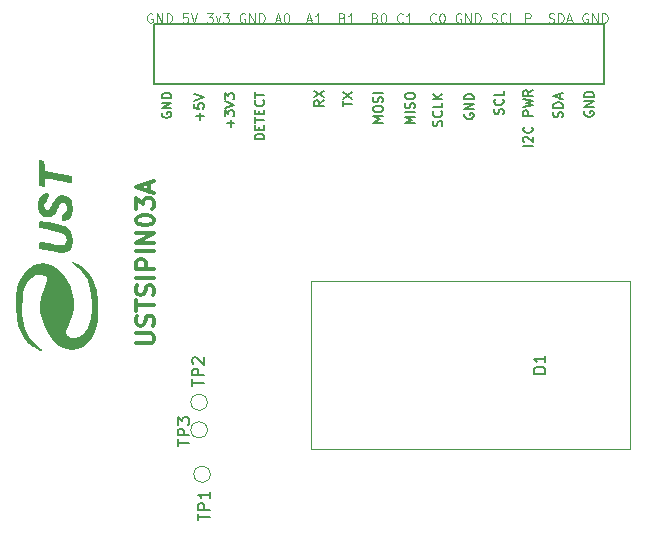
<source format=gbr>
%TF.GenerationSoftware,KiCad,Pcbnew,7.0.8-7.0.8~ubuntu23.04.1*%
%TF.CreationDate,2023-11-13T00:13:29+00:00*%
%TF.ProjectId,USTSIPIN03,55535453-4950-4494-9e30-332e6b696361,REV*%
%TF.SameCoordinates,PX66dd020PY81342c0*%
%TF.FileFunction,Legend,Top*%
%TF.FilePolarity,Positive*%
%FSLAX46Y46*%
G04 Gerber Fmt 4.6, Leading zero omitted, Abs format (unit mm)*
G04 Created by KiCad (PCBNEW 7.0.8-7.0.8~ubuntu23.04.1) date 2023-11-13 00:13:29*
%MOMM*%
%LPD*%
G01*
G04 APERTURE LIST*
%ADD10C,0.150000*%
%ADD11C,0.300000*%
%ADD12C,0.100000*%
%ADD13C,0.120000*%
G04 APERTURE END LIST*
D10*
X22336390Y47135808D02*
X22298295Y47059618D01*
X22298295Y47059618D02*
X22298295Y46945332D01*
X22298295Y46945332D02*
X22336390Y46831046D01*
X22336390Y46831046D02*
X22412580Y46754856D01*
X22412580Y46754856D02*
X22488771Y46716761D01*
X22488771Y46716761D02*
X22641152Y46678665D01*
X22641152Y46678665D02*
X22755438Y46678665D01*
X22755438Y46678665D02*
X22907819Y46716761D01*
X22907819Y46716761D02*
X22984009Y46754856D01*
X22984009Y46754856D02*
X23060200Y46831046D01*
X23060200Y46831046D02*
X23098295Y46945332D01*
X23098295Y46945332D02*
X23098295Y47021523D01*
X23098295Y47021523D02*
X23060200Y47135808D01*
X23060200Y47135808D02*
X23022104Y47173904D01*
X23022104Y47173904D02*
X22755438Y47173904D01*
X22755438Y47173904D02*
X22755438Y47021523D01*
X23098295Y47516761D02*
X22298295Y47516761D01*
X22298295Y47516761D02*
X23098295Y47973904D01*
X23098295Y47973904D02*
X22298295Y47973904D01*
X23098295Y48354856D02*
X22298295Y48354856D01*
X22298295Y48354856D02*
X22298295Y48545332D01*
X22298295Y48545332D02*
X22336390Y48659618D01*
X22336390Y48659618D02*
X22412580Y48735808D01*
X22412580Y48735808D02*
X22488771Y48773903D01*
X22488771Y48773903D02*
X22641152Y48811999D01*
X22641152Y48811999D02*
X22755438Y48811999D01*
X22755438Y48811999D02*
X22907819Y48773903D01*
X22907819Y48773903D02*
X22984009Y48735808D01*
X22984009Y48735808D02*
X23060200Y48659618D01*
X23060200Y48659618D02*
X23098295Y48545332D01*
X23098295Y48545332D02*
X23098295Y48354856D01*
X37589095Y47669275D02*
X37589095Y48126418D01*
X38389095Y47897846D02*
X37589095Y47897846D01*
X37589095Y48316894D02*
X38389095Y48850228D01*
X37589095Y48850228D02*
X38389095Y48316894D01*
X45996400Y45992865D02*
X46034495Y46107151D01*
X46034495Y46107151D02*
X46034495Y46297627D01*
X46034495Y46297627D02*
X45996400Y46373818D01*
X45996400Y46373818D02*
X45958304Y46411913D01*
X45958304Y46411913D02*
X45882114Y46450008D01*
X45882114Y46450008D02*
X45805923Y46450008D01*
X45805923Y46450008D02*
X45729733Y46411913D01*
X45729733Y46411913D02*
X45691638Y46373818D01*
X45691638Y46373818D02*
X45653542Y46297627D01*
X45653542Y46297627D02*
X45615447Y46145246D01*
X45615447Y46145246D02*
X45577352Y46069056D01*
X45577352Y46069056D02*
X45539257Y46030961D01*
X45539257Y46030961D02*
X45463066Y45992865D01*
X45463066Y45992865D02*
X45386876Y45992865D01*
X45386876Y45992865D02*
X45310685Y46030961D01*
X45310685Y46030961D02*
X45272590Y46069056D01*
X45272590Y46069056D02*
X45234495Y46145246D01*
X45234495Y46145246D02*
X45234495Y46335723D01*
X45234495Y46335723D02*
X45272590Y46450008D01*
X45958304Y47250009D02*
X45996400Y47211913D01*
X45996400Y47211913D02*
X46034495Y47097628D01*
X46034495Y47097628D02*
X46034495Y47021437D01*
X46034495Y47021437D02*
X45996400Y46907151D01*
X45996400Y46907151D02*
X45920209Y46830961D01*
X45920209Y46830961D02*
X45844019Y46792866D01*
X45844019Y46792866D02*
X45691638Y46754770D01*
X45691638Y46754770D02*
X45577352Y46754770D01*
X45577352Y46754770D02*
X45424971Y46792866D01*
X45424971Y46792866D02*
X45348780Y46830961D01*
X45348780Y46830961D02*
X45272590Y46907151D01*
X45272590Y46907151D02*
X45234495Y47021437D01*
X45234495Y47021437D02*
X45234495Y47097628D01*
X45234495Y47097628D02*
X45272590Y47211913D01*
X45272590Y47211913D02*
X45310685Y47250009D01*
X46034495Y47973818D02*
X46034495Y47592866D01*
X46034495Y47592866D02*
X45234495Y47592866D01*
X46034495Y48240485D02*
X45234495Y48240485D01*
X46034495Y48697628D02*
X45577352Y48354770D01*
X45234495Y48697628D02*
X45691638Y48240485D01*
X36001495Y48164504D02*
X35620542Y47897837D01*
X36001495Y47707361D02*
X35201495Y47707361D01*
X35201495Y47707361D02*
X35201495Y48012123D01*
X35201495Y48012123D02*
X35239590Y48088313D01*
X35239590Y48088313D02*
X35277685Y48126408D01*
X35277685Y48126408D02*
X35353876Y48164504D01*
X35353876Y48164504D02*
X35468161Y48164504D01*
X35468161Y48164504D02*
X35544352Y48126408D01*
X35544352Y48126408D02*
X35582447Y48088313D01*
X35582447Y48088313D02*
X35620542Y48012123D01*
X35620542Y48012123D02*
X35620542Y47707361D01*
X35201495Y48431170D02*
X36001495Y48964504D01*
X35201495Y48964504D02*
X36001495Y48431170D01*
X28102133Y45903961D02*
X28102133Y46513484D01*
X28406895Y46208723D02*
X27797371Y46208723D01*
X27606895Y46818246D02*
X27606895Y47313484D01*
X27606895Y47313484D02*
X27911657Y47046818D01*
X27911657Y47046818D02*
X27911657Y47161103D01*
X27911657Y47161103D02*
X27949752Y47237294D01*
X27949752Y47237294D02*
X27987847Y47275389D01*
X27987847Y47275389D02*
X28064038Y47313484D01*
X28064038Y47313484D02*
X28254514Y47313484D01*
X28254514Y47313484D02*
X28330704Y47275389D01*
X28330704Y47275389D02*
X28368800Y47237294D01*
X28368800Y47237294D02*
X28406895Y47161103D01*
X28406895Y47161103D02*
X28406895Y46932532D01*
X28406895Y46932532D02*
X28368800Y46856341D01*
X28368800Y46856341D02*
X28330704Y46818246D01*
X27606895Y47542056D02*
X28406895Y47808723D01*
X28406895Y47808723D02*
X27606895Y48075389D01*
X27606895Y48265865D02*
X27606895Y48761103D01*
X27606895Y48761103D02*
X27911657Y48494437D01*
X27911657Y48494437D02*
X27911657Y48608722D01*
X27911657Y48608722D02*
X27949752Y48684913D01*
X27949752Y48684913D02*
X27987847Y48723008D01*
X27987847Y48723008D02*
X28064038Y48761103D01*
X28064038Y48761103D02*
X28254514Y48761103D01*
X28254514Y48761103D02*
X28330704Y48723008D01*
X28330704Y48723008D02*
X28368800Y48684913D01*
X28368800Y48684913D02*
X28406895Y48608722D01*
X28406895Y48608722D02*
X28406895Y48380151D01*
X28406895Y48380151D02*
X28368800Y48303960D01*
X28368800Y48303960D02*
X28330704Y48265865D01*
D11*
X20121728Y27587201D02*
X21336014Y27587201D01*
X21336014Y27587201D02*
X21478871Y27658630D01*
X21478871Y27658630D02*
X21550300Y27730058D01*
X21550300Y27730058D02*
X21621728Y27872916D01*
X21621728Y27872916D02*
X21621728Y28158630D01*
X21621728Y28158630D02*
X21550300Y28301487D01*
X21550300Y28301487D02*
X21478871Y28372916D01*
X21478871Y28372916D02*
X21336014Y28444344D01*
X21336014Y28444344D02*
X20121728Y28444344D01*
X21550300Y29087202D02*
X21621728Y29301487D01*
X21621728Y29301487D02*
X21621728Y29658630D01*
X21621728Y29658630D02*
X21550300Y29801487D01*
X21550300Y29801487D02*
X21478871Y29872916D01*
X21478871Y29872916D02*
X21336014Y29944345D01*
X21336014Y29944345D02*
X21193157Y29944345D01*
X21193157Y29944345D02*
X21050300Y29872916D01*
X21050300Y29872916D02*
X20978871Y29801487D01*
X20978871Y29801487D02*
X20907442Y29658630D01*
X20907442Y29658630D02*
X20836014Y29372916D01*
X20836014Y29372916D02*
X20764585Y29230059D01*
X20764585Y29230059D02*
X20693157Y29158630D01*
X20693157Y29158630D02*
X20550300Y29087202D01*
X20550300Y29087202D02*
X20407442Y29087202D01*
X20407442Y29087202D02*
X20264585Y29158630D01*
X20264585Y29158630D02*
X20193157Y29230059D01*
X20193157Y29230059D02*
X20121728Y29372916D01*
X20121728Y29372916D02*
X20121728Y29730059D01*
X20121728Y29730059D02*
X20193157Y29944345D01*
X20121728Y30372916D02*
X20121728Y31230058D01*
X21621728Y30801487D02*
X20121728Y30801487D01*
X21550300Y31658630D02*
X21621728Y31872915D01*
X21621728Y31872915D02*
X21621728Y32230058D01*
X21621728Y32230058D02*
X21550300Y32372915D01*
X21550300Y32372915D02*
X21478871Y32444344D01*
X21478871Y32444344D02*
X21336014Y32515773D01*
X21336014Y32515773D02*
X21193157Y32515773D01*
X21193157Y32515773D02*
X21050300Y32444344D01*
X21050300Y32444344D02*
X20978871Y32372915D01*
X20978871Y32372915D02*
X20907442Y32230058D01*
X20907442Y32230058D02*
X20836014Y31944344D01*
X20836014Y31944344D02*
X20764585Y31801487D01*
X20764585Y31801487D02*
X20693157Y31730058D01*
X20693157Y31730058D02*
X20550300Y31658630D01*
X20550300Y31658630D02*
X20407442Y31658630D01*
X20407442Y31658630D02*
X20264585Y31730058D01*
X20264585Y31730058D02*
X20193157Y31801487D01*
X20193157Y31801487D02*
X20121728Y31944344D01*
X20121728Y31944344D02*
X20121728Y32301487D01*
X20121728Y32301487D02*
X20193157Y32515773D01*
X21621728Y33158629D02*
X20121728Y33158629D01*
X21621728Y33872915D02*
X20121728Y33872915D01*
X20121728Y33872915D02*
X20121728Y34444344D01*
X20121728Y34444344D02*
X20193157Y34587201D01*
X20193157Y34587201D02*
X20264585Y34658630D01*
X20264585Y34658630D02*
X20407442Y34730058D01*
X20407442Y34730058D02*
X20621728Y34730058D01*
X20621728Y34730058D02*
X20764585Y34658630D01*
X20764585Y34658630D02*
X20836014Y34587201D01*
X20836014Y34587201D02*
X20907442Y34444344D01*
X20907442Y34444344D02*
X20907442Y33872915D01*
X21621728Y35372915D02*
X20121728Y35372915D01*
X21621728Y36087201D02*
X20121728Y36087201D01*
X20121728Y36087201D02*
X21621728Y36944344D01*
X21621728Y36944344D02*
X20121728Y36944344D01*
X20121728Y37944345D02*
X20121728Y38087202D01*
X20121728Y38087202D02*
X20193157Y38230059D01*
X20193157Y38230059D02*
X20264585Y38301487D01*
X20264585Y38301487D02*
X20407442Y38372916D01*
X20407442Y38372916D02*
X20693157Y38444345D01*
X20693157Y38444345D02*
X21050300Y38444345D01*
X21050300Y38444345D02*
X21336014Y38372916D01*
X21336014Y38372916D02*
X21478871Y38301487D01*
X21478871Y38301487D02*
X21550300Y38230059D01*
X21550300Y38230059D02*
X21621728Y38087202D01*
X21621728Y38087202D02*
X21621728Y37944345D01*
X21621728Y37944345D02*
X21550300Y37801487D01*
X21550300Y37801487D02*
X21478871Y37730059D01*
X21478871Y37730059D02*
X21336014Y37658630D01*
X21336014Y37658630D02*
X21050300Y37587202D01*
X21050300Y37587202D02*
X20693157Y37587202D01*
X20693157Y37587202D02*
X20407442Y37658630D01*
X20407442Y37658630D02*
X20264585Y37730059D01*
X20264585Y37730059D02*
X20193157Y37801487D01*
X20193157Y37801487D02*
X20121728Y37944345D01*
X20121728Y38944344D02*
X20121728Y39872916D01*
X20121728Y39872916D02*
X20693157Y39372916D01*
X20693157Y39372916D02*
X20693157Y39587201D01*
X20693157Y39587201D02*
X20764585Y39730058D01*
X20764585Y39730058D02*
X20836014Y39801487D01*
X20836014Y39801487D02*
X20978871Y39872916D01*
X20978871Y39872916D02*
X21336014Y39872916D01*
X21336014Y39872916D02*
X21478871Y39801487D01*
X21478871Y39801487D02*
X21550300Y39730058D01*
X21550300Y39730058D02*
X21621728Y39587201D01*
X21621728Y39587201D02*
X21621728Y39158630D01*
X21621728Y39158630D02*
X21550300Y39015773D01*
X21550300Y39015773D02*
X21478871Y38944344D01*
X21193157Y40444344D02*
X21193157Y41158629D01*
X21621728Y40301487D02*
X20121728Y40801487D01*
X20121728Y40801487D02*
X21621728Y41301487D01*
D10*
X30946895Y44862561D02*
X30146895Y44862561D01*
X30146895Y44862561D02*
X30146895Y45053037D01*
X30146895Y45053037D02*
X30184990Y45167323D01*
X30184990Y45167323D02*
X30261180Y45243513D01*
X30261180Y45243513D02*
X30337371Y45281608D01*
X30337371Y45281608D02*
X30489752Y45319704D01*
X30489752Y45319704D02*
X30604038Y45319704D01*
X30604038Y45319704D02*
X30756419Y45281608D01*
X30756419Y45281608D02*
X30832609Y45243513D01*
X30832609Y45243513D02*
X30908800Y45167323D01*
X30908800Y45167323D02*
X30946895Y45053037D01*
X30946895Y45053037D02*
X30946895Y44862561D01*
X30527847Y45662561D02*
X30527847Y45929227D01*
X30946895Y46043513D02*
X30946895Y45662561D01*
X30946895Y45662561D02*
X30146895Y45662561D01*
X30146895Y45662561D02*
X30146895Y46043513D01*
X30146895Y46272085D02*
X30146895Y46729228D01*
X30946895Y46500656D02*
X30146895Y46500656D01*
X30527847Y46995895D02*
X30527847Y47262561D01*
X30946895Y47376847D02*
X30946895Y46995895D01*
X30946895Y46995895D02*
X30146895Y46995895D01*
X30146895Y46995895D02*
X30146895Y47376847D01*
X30870704Y48176848D02*
X30908800Y48138752D01*
X30908800Y48138752D02*
X30946895Y48024467D01*
X30946895Y48024467D02*
X30946895Y47948276D01*
X30946895Y47948276D02*
X30908800Y47833990D01*
X30908800Y47833990D02*
X30832609Y47757800D01*
X30832609Y47757800D02*
X30756419Y47719705D01*
X30756419Y47719705D02*
X30604038Y47681609D01*
X30604038Y47681609D02*
X30489752Y47681609D01*
X30489752Y47681609D02*
X30337371Y47719705D01*
X30337371Y47719705D02*
X30261180Y47757800D01*
X30261180Y47757800D02*
X30184990Y47833990D01*
X30184990Y47833990D02*
X30146895Y47948276D01*
X30146895Y47948276D02*
X30146895Y48024467D01*
X30146895Y48024467D02*
X30184990Y48138752D01*
X30184990Y48138752D02*
X30223085Y48176848D01*
X30146895Y48405419D02*
X30146895Y48862562D01*
X30946895Y48633990D02*
X30146895Y48633990D01*
X47939590Y47034208D02*
X47901495Y46958018D01*
X47901495Y46958018D02*
X47901495Y46843732D01*
X47901495Y46843732D02*
X47939590Y46729446D01*
X47939590Y46729446D02*
X48015780Y46653256D01*
X48015780Y46653256D02*
X48091971Y46615161D01*
X48091971Y46615161D02*
X48244352Y46577065D01*
X48244352Y46577065D02*
X48358638Y46577065D01*
X48358638Y46577065D02*
X48511019Y46615161D01*
X48511019Y46615161D02*
X48587209Y46653256D01*
X48587209Y46653256D02*
X48663400Y46729446D01*
X48663400Y46729446D02*
X48701495Y46843732D01*
X48701495Y46843732D02*
X48701495Y46919923D01*
X48701495Y46919923D02*
X48663400Y47034208D01*
X48663400Y47034208D02*
X48625304Y47072304D01*
X48625304Y47072304D02*
X48358638Y47072304D01*
X48358638Y47072304D02*
X48358638Y46919923D01*
X48701495Y47415161D02*
X47901495Y47415161D01*
X47901495Y47415161D02*
X48701495Y47872304D01*
X48701495Y47872304D02*
X47901495Y47872304D01*
X48701495Y48253256D02*
X47901495Y48253256D01*
X47901495Y48253256D02*
X47901495Y48443732D01*
X47901495Y48443732D02*
X47939590Y48558018D01*
X47939590Y48558018D02*
X48015780Y48634208D01*
X48015780Y48634208D02*
X48091971Y48672303D01*
X48091971Y48672303D02*
X48244352Y48710399D01*
X48244352Y48710399D02*
X48358638Y48710399D01*
X48358638Y48710399D02*
X48511019Y48672303D01*
X48511019Y48672303D02*
X48587209Y48634208D01*
X48587209Y48634208D02*
X48663400Y48558018D01*
X48663400Y48558018D02*
X48701495Y48443732D01*
X48701495Y48443732D02*
X48701495Y48253256D01*
X25511333Y46513561D02*
X25511333Y47123084D01*
X25816095Y46818323D02*
X25206571Y46818323D01*
X25016095Y47884989D02*
X25016095Y47504037D01*
X25016095Y47504037D02*
X25397047Y47465941D01*
X25397047Y47465941D02*
X25358952Y47504037D01*
X25358952Y47504037D02*
X25320857Y47580227D01*
X25320857Y47580227D02*
X25320857Y47770703D01*
X25320857Y47770703D02*
X25358952Y47846894D01*
X25358952Y47846894D02*
X25397047Y47884989D01*
X25397047Y47884989D02*
X25473238Y47923084D01*
X25473238Y47923084D02*
X25663714Y47923084D01*
X25663714Y47923084D02*
X25739904Y47884989D01*
X25739904Y47884989D02*
X25778000Y47846894D01*
X25778000Y47846894D02*
X25816095Y47770703D01*
X25816095Y47770703D02*
X25816095Y47580227D01*
X25816095Y47580227D02*
X25778000Y47504037D01*
X25778000Y47504037D02*
X25739904Y47465941D01*
X25016095Y48151656D02*
X25816095Y48418323D01*
X25816095Y48418323D02*
X25016095Y48684989D01*
D12*
X21477912Y55500410D02*
X21401722Y55538505D01*
X21401722Y55538505D02*
X21287436Y55538505D01*
X21287436Y55538505D02*
X21173150Y55500410D01*
X21173150Y55500410D02*
X21096960Y55424220D01*
X21096960Y55424220D02*
X21058865Y55348029D01*
X21058865Y55348029D02*
X21020769Y55195648D01*
X21020769Y55195648D02*
X21020769Y55081362D01*
X21020769Y55081362D02*
X21058865Y54928981D01*
X21058865Y54928981D02*
X21096960Y54852791D01*
X21096960Y54852791D02*
X21173150Y54776600D01*
X21173150Y54776600D02*
X21287436Y54738505D01*
X21287436Y54738505D02*
X21363627Y54738505D01*
X21363627Y54738505D02*
X21477912Y54776600D01*
X21477912Y54776600D02*
X21516008Y54814696D01*
X21516008Y54814696D02*
X21516008Y55081362D01*
X21516008Y55081362D02*
X21363627Y55081362D01*
X21858865Y54738505D02*
X21858865Y55538505D01*
X21858865Y55538505D02*
X22316008Y54738505D01*
X22316008Y54738505D02*
X22316008Y55538505D01*
X22696960Y54738505D02*
X22696960Y55538505D01*
X22696960Y55538505D02*
X22887436Y55538505D01*
X22887436Y55538505D02*
X23001722Y55500410D01*
X23001722Y55500410D02*
X23077912Y55424220D01*
X23077912Y55424220D02*
X23116007Y55348029D01*
X23116007Y55348029D02*
X23154103Y55195648D01*
X23154103Y55195648D02*
X23154103Y55081362D01*
X23154103Y55081362D02*
X23116007Y54928981D01*
X23116007Y54928981D02*
X23077912Y54852791D01*
X23077912Y54852791D02*
X23001722Y54776600D01*
X23001722Y54776600D02*
X22887436Y54738505D01*
X22887436Y54738505D02*
X22696960Y54738505D01*
X24487436Y55538505D02*
X24106484Y55538505D01*
X24106484Y55538505D02*
X24068388Y55157553D01*
X24068388Y55157553D02*
X24106484Y55195648D01*
X24106484Y55195648D02*
X24182674Y55233743D01*
X24182674Y55233743D02*
X24373150Y55233743D01*
X24373150Y55233743D02*
X24449341Y55195648D01*
X24449341Y55195648D02*
X24487436Y55157553D01*
X24487436Y55157553D02*
X24525531Y55081362D01*
X24525531Y55081362D02*
X24525531Y54890886D01*
X24525531Y54890886D02*
X24487436Y54814696D01*
X24487436Y54814696D02*
X24449341Y54776600D01*
X24449341Y54776600D02*
X24373150Y54738505D01*
X24373150Y54738505D02*
X24182674Y54738505D01*
X24182674Y54738505D02*
X24106484Y54776600D01*
X24106484Y54776600D02*
X24068388Y54814696D01*
X24754103Y55538505D02*
X25020770Y54738505D01*
X25020770Y54738505D02*
X25287436Y55538505D01*
X26087436Y55538505D02*
X26582674Y55538505D01*
X26582674Y55538505D02*
X26316008Y55233743D01*
X26316008Y55233743D02*
X26430293Y55233743D01*
X26430293Y55233743D02*
X26506484Y55195648D01*
X26506484Y55195648D02*
X26544579Y55157553D01*
X26544579Y55157553D02*
X26582674Y55081362D01*
X26582674Y55081362D02*
X26582674Y54890886D01*
X26582674Y54890886D02*
X26544579Y54814696D01*
X26544579Y54814696D02*
X26506484Y54776600D01*
X26506484Y54776600D02*
X26430293Y54738505D01*
X26430293Y54738505D02*
X26201722Y54738505D01*
X26201722Y54738505D02*
X26125531Y54776600D01*
X26125531Y54776600D02*
X26087436Y54814696D01*
X26849341Y55271839D02*
X27039817Y54738505D01*
X27039817Y54738505D02*
X27230294Y55271839D01*
X27458865Y55538505D02*
X27954103Y55538505D01*
X27954103Y55538505D02*
X27687437Y55233743D01*
X27687437Y55233743D02*
X27801722Y55233743D01*
X27801722Y55233743D02*
X27877913Y55195648D01*
X27877913Y55195648D02*
X27916008Y55157553D01*
X27916008Y55157553D02*
X27954103Y55081362D01*
X27954103Y55081362D02*
X27954103Y54890886D01*
X27954103Y54890886D02*
X27916008Y54814696D01*
X27916008Y54814696D02*
X27877913Y54776600D01*
X27877913Y54776600D02*
X27801722Y54738505D01*
X27801722Y54738505D02*
X27573151Y54738505D01*
X27573151Y54738505D02*
X27496960Y54776600D01*
X27496960Y54776600D02*
X27458865Y54814696D01*
X29325532Y55500410D02*
X29249342Y55538505D01*
X29249342Y55538505D02*
X29135056Y55538505D01*
X29135056Y55538505D02*
X29020770Y55500410D01*
X29020770Y55500410D02*
X28944580Y55424220D01*
X28944580Y55424220D02*
X28906485Y55348029D01*
X28906485Y55348029D02*
X28868389Y55195648D01*
X28868389Y55195648D02*
X28868389Y55081362D01*
X28868389Y55081362D02*
X28906485Y54928981D01*
X28906485Y54928981D02*
X28944580Y54852791D01*
X28944580Y54852791D02*
X29020770Y54776600D01*
X29020770Y54776600D02*
X29135056Y54738505D01*
X29135056Y54738505D02*
X29211247Y54738505D01*
X29211247Y54738505D02*
X29325532Y54776600D01*
X29325532Y54776600D02*
X29363628Y54814696D01*
X29363628Y54814696D02*
X29363628Y55081362D01*
X29363628Y55081362D02*
X29211247Y55081362D01*
X29706485Y54738505D02*
X29706485Y55538505D01*
X29706485Y55538505D02*
X30163628Y54738505D01*
X30163628Y54738505D02*
X30163628Y55538505D01*
X30544580Y54738505D02*
X30544580Y55538505D01*
X30544580Y55538505D02*
X30735056Y55538505D01*
X30735056Y55538505D02*
X30849342Y55500410D01*
X30849342Y55500410D02*
X30925532Y55424220D01*
X30925532Y55424220D02*
X30963627Y55348029D01*
X30963627Y55348029D02*
X31001723Y55195648D01*
X31001723Y55195648D02*
X31001723Y55081362D01*
X31001723Y55081362D02*
X30963627Y54928981D01*
X30963627Y54928981D02*
X30925532Y54852791D01*
X30925532Y54852791D02*
X30849342Y54776600D01*
X30849342Y54776600D02*
X30735056Y54738505D01*
X30735056Y54738505D02*
X30544580Y54738505D01*
X31916008Y54967077D02*
X32296961Y54967077D01*
X31839818Y54738505D02*
X32106485Y55538505D01*
X32106485Y55538505D02*
X32373151Y54738505D01*
X32792199Y55538505D02*
X32868389Y55538505D01*
X32868389Y55538505D02*
X32944580Y55500410D01*
X32944580Y55500410D02*
X32982675Y55462315D01*
X32982675Y55462315D02*
X33020770Y55386124D01*
X33020770Y55386124D02*
X33058865Y55233743D01*
X33058865Y55233743D02*
X33058865Y55043267D01*
X33058865Y55043267D02*
X33020770Y54890886D01*
X33020770Y54890886D02*
X32982675Y54814696D01*
X32982675Y54814696D02*
X32944580Y54776600D01*
X32944580Y54776600D02*
X32868389Y54738505D01*
X32868389Y54738505D02*
X32792199Y54738505D01*
X32792199Y54738505D02*
X32716008Y54776600D01*
X32716008Y54776600D02*
X32677913Y54814696D01*
X32677913Y54814696D02*
X32639818Y54890886D01*
X32639818Y54890886D02*
X32601722Y55043267D01*
X32601722Y55043267D02*
X32601722Y55233743D01*
X32601722Y55233743D02*
X32639818Y55386124D01*
X32639818Y55386124D02*
X32677913Y55462315D01*
X32677913Y55462315D02*
X32716008Y55500410D01*
X32716008Y55500410D02*
X32792199Y55538505D01*
X34582675Y54967077D02*
X34963628Y54967077D01*
X34506485Y54738505D02*
X34773152Y55538505D01*
X34773152Y55538505D02*
X35039818Y54738505D01*
X35725532Y54738505D02*
X35268389Y54738505D01*
X35496961Y54738505D02*
X35496961Y55538505D01*
X35496961Y55538505D02*
X35420770Y55424220D01*
X35420770Y55424220D02*
X35344580Y55348029D01*
X35344580Y55348029D02*
X35268389Y55309934D01*
X37554104Y55157553D02*
X37668390Y55119458D01*
X37668390Y55119458D02*
X37706485Y55081362D01*
X37706485Y55081362D02*
X37744581Y55005172D01*
X37744581Y55005172D02*
X37744581Y54890886D01*
X37744581Y54890886D02*
X37706485Y54814696D01*
X37706485Y54814696D02*
X37668390Y54776600D01*
X37668390Y54776600D02*
X37592200Y54738505D01*
X37592200Y54738505D02*
X37287438Y54738505D01*
X37287438Y54738505D02*
X37287438Y55538505D01*
X37287438Y55538505D02*
X37554104Y55538505D01*
X37554104Y55538505D02*
X37630295Y55500410D01*
X37630295Y55500410D02*
X37668390Y55462315D01*
X37668390Y55462315D02*
X37706485Y55386124D01*
X37706485Y55386124D02*
X37706485Y55309934D01*
X37706485Y55309934D02*
X37668390Y55233743D01*
X37668390Y55233743D02*
X37630295Y55195648D01*
X37630295Y55195648D02*
X37554104Y55157553D01*
X37554104Y55157553D02*
X37287438Y55157553D01*
X38506485Y54738505D02*
X38049342Y54738505D01*
X38277914Y54738505D02*
X38277914Y55538505D01*
X38277914Y55538505D02*
X38201723Y55424220D01*
X38201723Y55424220D02*
X38125533Y55348029D01*
X38125533Y55348029D02*
X38049342Y55309934D01*
X40335057Y55157553D02*
X40449343Y55119458D01*
X40449343Y55119458D02*
X40487438Y55081362D01*
X40487438Y55081362D02*
X40525534Y55005172D01*
X40525534Y55005172D02*
X40525534Y54890886D01*
X40525534Y54890886D02*
X40487438Y54814696D01*
X40487438Y54814696D02*
X40449343Y54776600D01*
X40449343Y54776600D02*
X40373153Y54738505D01*
X40373153Y54738505D02*
X40068391Y54738505D01*
X40068391Y54738505D02*
X40068391Y55538505D01*
X40068391Y55538505D02*
X40335057Y55538505D01*
X40335057Y55538505D02*
X40411248Y55500410D01*
X40411248Y55500410D02*
X40449343Y55462315D01*
X40449343Y55462315D02*
X40487438Y55386124D01*
X40487438Y55386124D02*
X40487438Y55309934D01*
X40487438Y55309934D02*
X40449343Y55233743D01*
X40449343Y55233743D02*
X40411248Y55195648D01*
X40411248Y55195648D02*
X40335057Y55157553D01*
X40335057Y55157553D02*
X40068391Y55157553D01*
X41020772Y55538505D02*
X41096962Y55538505D01*
X41096962Y55538505D02*
X41173153Y55500410D01*
X41173153Y55500410D02*
X41211248Y55462315D01*
X41211248Y55462315D02*
X41249343Y55386124D01*
X41249343Y55386124D02*
X41287438Y55233743D01*
X41287438Y55233743D02*
X41287438Y55043267D01*
X41287438Y55043267D02*
X41249343Y54890886D01*
X41249343Y54890886D02*
X41211248Y54814696D01*
X41211248Y54814696D02*
X41173153Y54776600D01*
X41173153Y54776600D02*
X41096962Y54738505D01*
X41096962Y54738505D02*
X41020772Y54738505D01*
X41020772Y54738505D02*
X40944581Y54776600D01*
X40944581Y54776600D02*
X40906486Y54814696D01*
X40906486Y54814696D02*
X40868391Y54890886D01*
X40868391Y54890886D02*
X40830295Y55043267D01*
X40830295Y55043267D02*
X40830295Y55233743D01*
X40830295Y55233743D02*
X40868391Y55386124D01*
X40868391Y55386124D02*
X40906486Y55462315D01*
X40906486Y55462315D02*
X40944581Y55500410D01*
X40944581Y55500410D02*
X41020772Y55538505D01*
X42696963Y54814696D02*
X42658867Y54776600D01*
X42658867Y54776600D02*
X42544582Y54738505D01*
X42544582Y54738505D02*
X42468391Y54738505D01*
X42468391Y54738505D02*
X42354105Y54776600D01*
X42354105Y54776600D02*
X42277915Y54852791D01*
X42277915Y54852791D02*
X42239820Y54928981D01*
X42239820Y54928981D02*
X42201724Y55081362D01*
X42201724Y55081362D02*
X42201724Y55195648D01*
X42201724Y55195648D02*
X42239820Y55348029D01*
X42239820Y55348029D02*
X42277915Y55424220D01*
X42277915Y55424220D02*
X42354105Y55500410D01*
X42354105Y55500410D02*
X42468391Y55538505D01*
X42468391Y55538505D02*
X42544582Y55538505D01*
X42544582Y55538505D02*
X42658867Y55500410D01*
X42658867Y55500410D02*
X42696963Y55462315D01*
X43458867Y54738505D02*
X43001724Y54738505D01*
X43230296Y54738505D02*
X43230296Y55538505D01*
X43230296Y55538505D02*
X43154105Y55424220D01*
X43154105Y55424220D02*
X43077915Y55348029D01*
X43077915Y55348029D02*
X43001724Y55309934D01*
X45477916Y54814696D02*
X45439820Y54776600D01*
X45439820Y54776600D02*
X45325535Y54738505D01*
X45325535Y54738505D02*
X45249344Y54738505D01*
X45249344Y54738505D02*
X45135058Y54776600D01*
X45135058Y54776600D02*
X45058868Y54852791D01*
X45058868Y54852791D02*
X45020773Y54928981D01*
X45020773Y54928981D02*
X44982677Y55081362D01*
X44982677Y55081362D02*
X44982677Y55195648D01*
X44982677Y55195648D02*
X45020773Y55348029D01*
X45020773Y55348029D02*
X45058868Y55424220D01*
X45058868Y55424220D02*
X45135058Y55500410D01*
X45135058Y55500410D02*
X45249344Y55538505D01*
X45249344Y55538505D02*
X45325535Y55538505D01*
X45325535Y55538505D02*
X45439820Y55500410D01*
X45439820Y55500410D02*
X45477916Y55462315D01*
X45973154Y55538505D02*
X46049344Y55538505D01*
X46049344Y55538505D02*
X46125535Y55500410D01*
X46125535Y55500410D02*
X46163630Y55462315D01*
X46163630Y55462315D02*
X46201725Y55386124D01*
X46201725Y55386124D02*
X46239820Y55233743D01*
X46239820Y55233743D02*
X46239820Y55043267D01*
X46239820Y55043267D02*
X46201725Y54890886D01*
X46201725Y54890886D02*
X46163630Y54814696D01*
X46163630Y54814696D02*
X46125535Y54776600D01*
X46125535Y54776600D02*
X46049344Y54738505D01*
X46049344Y54738505D02*
X45973154Y54738505D01*
X45973154Y54738505D02*
X45896963Y54776600D01*
X45896963Y54776600D02*
X45858868Y54814696D01*
X45858868Y54814696D02*
X45820773Y54890886D01*
X45820773Y54890886D02*
X45782677Y55043267D01*
X45782677Y55043267D02*
X45782677Y55233743D01*
X45782677Y55233743D02*
X45820773Y55386124D01*
X45820773Y55386124D02*
X45858868Y55462315D01*
X45858868Y55462315D02*
X45896963Y55500410D01*
X45896963Y55500410D02*
X45973154Y55538505D01*
X47611249Y55500410D02*
X47535059Y55538505D01*
X47535059Y55538505D02*
X47420773Y55538505D01*
X47420773Y55538505D02*
X47306487Y55500410D01*
X47306487Y55500410D02*
X47230297Y55424220D01*
X47230297Y55424220D02*
X47192202Y55348029D01*
X47192202Y55348029D02*
X47154106Y55195648D01*
X47154106Y55195648D02*
X47154106Y55081362D01*
X47154106Y55081362D02*
X47192202Y54928981D01*
X47192202Y54928981D02*
X47230297Y54852791D01*
X47230297Y54852791D02*
X47306487Y54776600D01*
X47306487Y54776600D02*
X47420773Y54738505D01*
X47420773Y54738505D02*
X47496964Y54738505D01*
X47496964Y54738505D02*
X47611249Y54776600D01*
X47611249Y54776600D02*
X47649345Y54814696D01*
X47649345Y54814696D02*
X47649345Y55081362D01*
X47649345Y55081362D02*
X47496964Y55081362D01*
X47992202Y54738505D02*
X47992202Y55538505D01*
X47992202Y55538505D02*
X48449345Y54738505D01*
X48449345Y54738505D02*
X48449345Y55538505D01*
X48830297Y54738505D02*
X48830297Y55538505D01*
X48830297Y55538505D02*
X49020773Y55538505D01*
X49020773Y55538505D02*
X49135059Y55500410D01*
X49135059Y55500410D02*
X49211249Y55424220D01*
X49211249Y55424220D02*
X49249344Y55348029D01*
X49249344Y55348029D02*
X49287440Y55195648D01*
X49287440Y55195648D02*
X49287440Y55081362D01*
X49287440Y55081362D02*
X49249344Y54928981D01*
X49249344Y54928981D02*
X49211249Y54852791D01*
X49211249Y54852791D02*
X49135059Y54776600D01*
X49135059Y54776600D02*
X49020773Y54738505D01*
X49020773Y54738505D02*
X48830297Y54738505D01*
X50201725Y54776600D02*
X50316011Y54738505D01*
X50316011Y54738505D02*
X50506487Y54738505D01*
X50506487Y54738505D02*
X50582678Y54776600D01*
X50582678Y54776600D02*
X50620773Y54814696D01*
X50620773Y54814696D02*
X50658868Y54890886D01*
X50658868Y54890886D02*
X50658868Y54967077D01*
X50658868Y54967077D02*
X50620773Y55043267D01*
X50620773Y55043267D02*
X50582678Y55081362D01*
X50582678Y55081362D02*
X50506487Y55119458D01*
X50506487Y55119458D02*
X50354106Y55157553D01*
X50354106Y55157553D02*
X50277916Y55195648D01*
X50277916Y55195648D02*
X50239821Y55233743D01*
X50239821Y55233743D02*
X50201725Y55309934D01*
X50201725Y55309934D02*
X50201725Y55386124D01*
X50201725Y55386124D02*
X50239821Y55462315D01*
X50239821Y55462315D02*
X50277916Y55500410D01*
X50277916Y55500410D02*
X50354106Y55538505D01*
X50354106Y55538505D02*
X50544583Y55538505D01*
X50544583Y55538505D02*
X50658868Y55500410D01*
X51458869Y54814696D02*
X51420773Y54776600D01*
X51420773Y54776600D02*
X51306488Y54738505D01*
X51306488Y54738505D02*
X51230297Y54738505D01*
X51230297Y54738505D02*
X51116011Y54776600D01*
X51116011Y54776600D02*
X51039821Y54852791D01*
X51039821Y54852791D02*
X51001726Y54928981D01*
X51001726Y54928981D02*
X50963630Y55081362D01*
X50963630Y55081362D02*
X50963630Y55195648D01*
X50963630Y55195648D02*
X51001726Y55348029D01*
X51001726Y55348029D02*
X51039821Y55424220D01*
X51039821Y55424220D02*
X51116011Y55500410D01*
X51116011Y55500410D02*
X51230297Y55538505D01*
X51230297Y55538505D02*
X51306488Y55538505D01*
X51306488Y55538505D02*
X51420773Y55500410D01*
X51420773Y55500410D02*
X51458869Y55462315D01*
X52182678Y54738505D02*
X51801726Y54738505D01*
X51801726Y54738505D02*
X51801726Y55538505D01*
X53058869Y54738505D02*
X53058869Y55538505D01*
X53058869Y55538505D02*
X53363631Y55538505D01*
X53363631Y55538505D02*
X53439821Y55500410D01*
X53439821Y55500410D02*
X53477916Y55462315D01*
X53477916Y55462315D02*
X53516012Y55386124D01*
X53516012Y55386124D02*
X53516012Y55271839D01*
X53516012Y55271839D02*
X53477916Y55195648D01*
X53477916Y55195648D02*
X53439821Y55157553D01*
X53439821Y55157553D02*
X53363631Y55119458D01*
X53363631Y55119458D02*
X53058869Y55119458D01*
X55039821Y54776600D02*
X55154107Y54738505D01*
X55154107Y54738505D02*
X55344583Y54738505D01*
X55344583Y54738505D02*
X55420774Y54776600D01*
X55420774Y54776600D02*
X55458869Y54814696D01*
X55458869Y54814696D02*
X55496964Y54890886D01*
X55496964Y54890886D02*
X55496964Y54967077D01*
X55496964Y54967077D02*
X55458869Y55043267D01*
X55458869Y55043267D02*
X55420774Y55081362D01*
X55420774Y55081362D02*
X55344583Y55119458D01*
X55344583Y55119458D02*
X55192202Y55157553D01*
X55192202Y55157553D02*
X55116012Y55195648D01*
X55116012Y55195648D02*
X55077917Y55233743D01*
X55077917Y55233743D02*
X55039821Y55309934D01*
X55039821Y55309934D02*
X55039821Y55386124D01*
X55039821Y55386124D02*
X55077917Y55462315D01*
X55077917Y55462315D02*
X55116012Y55500410D01*
X55116012Y55500410D02*
X55192202Y55538505D01*
X55192202Y55538505D02*
X55382679Y55538505D01*
X55382679Y55538505D02*
X55496964Y55500410D01*
X55839822Y54738505D02*
X55839822Y55538505D01*
X55839822Y55538505D02*
X56030298Y55538505D01*
X56030298Y55538505D02*
X56144584Y55500410D01*
X56144584Y55500410D02*
X56220774Y55424220D01*
X56220774Y55424220D02*
X56258869Y55348029D01*
X56258869Y55348029D02*
X56296965Y55195648D01*
X56296965Y55195648D02*
X56296965Y55081362D01*
X56296965Y55081362D02*
X56258869Y54928981D01*
X56258869Y54928981D02*
X56220774Y54852791D01*
X56220774Y54852791D02*
X56144584Y54776600D01*
X56144584Y54776600D02*
X56030298Y54738505D01*
X56030298Y54738505D02*
X55839822Y54738505D01*
X56601726Y54967077D02*
X56982679Y54967077D01*
X56525536Y54738505D02*
X56792203Y55538505D01*
X56792203Y55538505D02*
X57058869Y54738505D01*
X58354107Y55500410D02*
X58277917Y55538505D01*
X58277917Y55538505D02*
X58163631Y55538505D01*
X58163631Y55538505D02*
X58049345Y55500410D01*
X58049345Y55500410D02*
X57973155Y55424220D01*
X57973155Y55424220D02*
X57935060Y55348029D01*
X57935060Y55348029D02*
X57896964Y55195648D01*
X57896964Y55195648D02*
X57896964Y55081362D01*
X57896964Y55081362D02*
X57935060Y54928981D01*
X57935060Y54928981D02*
X57973155Y54852791D01*
X57973155Y54852791D02*
X58049345Y54776600D01*
X58049345Y54776600D02*
X58163631Y54738505D01*
X58163631Y54738505D02*
X58239822Y54738505D01*
X58239822Y54738505D02*
X58354107Y54776600D01*
X58354107Y54776600D02*
X58392203Y54814696D01*
X58392203Y54814696D02*
X58392203Y55081362D01*
X58392203Y55081362D02*
X58239822Y55081362D01*
X58735060Y54738505D02*
X58735060Y55538505D01*
X58735060Y55538505D02*
X59192203Y54738505D01*
X59192203Y54738505D02*
X59192203Y55538505D01*
X59573155Y54738505D02*
X59573155Y55538505D01*
X59573155Y55538505D02*
X59763631Y55538505D01*
X59763631Y55538505D02*
X59877917Y55500410D01*
X59877917Y55500410D02*
X59954107Y55424220D01*
X59954107Y55424220D02*
X59992202Y55348029D01*
X59992202Y55348029D02*
X60030298Y55195648D01*
X60030298Y55195648D02*
X60030298Y55081362D01*
X60030298Y55081362D02*
X59992202Y54928981D01*
X59992202Y54928981D02*
X59954107Y54852791D01*
X59954107Y54852791D02*
X59877917Y54776600D01*
X59877917Y54776600D02*
X59763631Y54738505D01*
X59763631Y54738505D02*
X59573155Y54738505D01*
D10*
X56207200Y46754865D02*
X56245295Y46869151D01*
X56245295Y46869151D02*
X56245295Y47059627D01*
X56245295Y47059627D02*
X56207200Y47135818D01*
X56207200Y47135818D02*
X56169104Y47173913D01*
X56169104Y47173913D02*
X56092914Y47212008D01*
X56092914Y47212008D02*
X56016723Y47212008D01*
X56016723Y47212008D02*
X55940533Y47173913D01*
X55940533Y47173913D02*
X55902438Y47135818D01*
X55902438Y47135818D02*
X55864342Y47059627D01*
X55864342Y47059627D02*
X55826247Y46907246D01*
X55826247Y46907246D02*
X55788152Y46831056D01*
X55788152Y46831056D02*
X55750057Y46792961D01*
X55750057Y46792961D02*
X55673866Y46754865D01*
X55673866Y46754865D02*
X55597676Y46754865D01*
X55597676Y46754865D02*
X55521485Y46792961D01*
X55521485Y46792961D02*
X55483390Y46831056D01*
X55483390Y46831056D02*
X55445295Y46907246D01*
X55445295Y46907246D02*
X55445295Y47097723D01*
X55445295Y47097723D02*
X55483390Y47212008D01*
X56245295Y47554866D02*
X55445295Y47554866D01*
X55445295Y47554866D02*
X55445295Y47745342D01*
X55445295Y47745342D02*
X55483390Y47859628D01*
X55483390Y47859628D02*
X55559580Y47935818D01*
X55559580Y47935818D02*
X55635771Y47973913D01*
X55635771Y47973913D02*
X55788152Y48012009D01*
X55788152Y48012009D02*
X55902438Y48012009D01*
X55902438Y48012009D02*
X56054819Y47973913D01*
X56054819Y47973913D02*
X56131009Y47935818D01*
X56131009Y47935818D02*
X56207200Y47859628D01*
X56207200Y47859628D02*
X56245295Y47745342D01*
X56245295Y47745342D02*
X56245295Y47554866D01*
X56016723Y48316770D02*
X56016723Y48697723D01*
X56245295Y48240580D02*
X55445295Y48507247D01*
X55445295Y48507247D02*
X56245295Y48773913D01*
X58099590Y47237408D02*
X58061495Y47161218D01*
X58061495Y47161218D02*
X58061495Y47046932D01*
X58061495Y47046932D02*
X58099590Y46932646D01*
X58099590Y46932646D02*
X58175780Y46856456D01*
X58175780Y46856456D02*
X58251971Y46818361D01*
X58251971Y46818361D02*
X58404352Y46780265D01*
X58404352Y46780265D02*
X58518638Y46780265D01*
X58518638Y46780265D02*
X58671019Y46818361D01*
X58671019Y46818361D02*
X58747209Y46856456D01*
X58747209Y46856456D02*
X58823400Y46932646D01*
X58823400Y46932646D02*
X58861495Y47046932D01*
X58861495Y47046932D02*
X58861495Y47123123D01*
X58861495Y47123123D02*
X58823400Y47237408D01*
X58823400Y47237408D02*
X58785304Y47275504D01*
X58785304Y47275504D02*
X58518638Y47275504D01*
X58518638Y47275504D02*
X58518638Y47123123D01*
X58861495Y47618361D02*
X58061495Y47618361D01*
X58061495Y47618361D02*
X58861495Y48075504D01*
X58861495Y48075504D02*
X58061495Y48075504D01*
X58861495Y48456456D02*
X58061495Y48456456D01*
X58061495Y48456456D02*
X58061495Y48646932D01*
X58061495Y48646932D02*
X58099590Y48761218D01*
X58099590Y48761218D02*
X58175780Y48837408D01*
X58175780Y48837408D02*
X58251971Y48875503D01*
X58251971Y48875503D02*
X58404352Y48913599D01*
X58404352Y48913599D02*
X58518638Y48913599D01*
X58518638Y48913599D02*
X58671019Y48875503D01*
X58671019Y48875503D02*
X58747209Y48837408D01*
X58747209Y48837408D02*
X58823400Y48761218D01*
X58823400Y48761218D02*
X58861495Y48646932D01*
X58861495Y48646932D02*
X58861495Y48456456D01*
X43697695Y46234161D02*
X42897695Y46234161D01*
X42897695Y46234161D02*
X43469123Y46500827D01*
X43469123Y46500827D02*
X42897695Y46767494D01*
X42897695Y46767494D02*
X43697695Y46767494D01*
X43697695Y47148447D02*
X42897695Y47148447D01*
X43659600Y47491303D02*
X43697695Y47605589D01*
X43697695Y47605589D02*
X43697695Y47796065D01*
X43697695Y47796065D02*
X43659600Y47872256D01*
X43659600Y47872256D02*
X43621504Y47910351D01*
X43621504Y47910351D02*
X43545314Y47948446D01*
X43545314Y47948446D02*
X43469123Y47948446D01*
X43469123Y47948446D02*
X43392933Y47910351D01*
X43392933Y47910351D02*
X43354838Y47872256D01*
X43354838Y47872256D02*
X43316742Y47796065D01*
X43316742Y47796065D02*
X43278647Y47643684D01*
X43278647Y47643684D02*
X43240552Y47567494D01*
X43240552Y47567494D02*
X43202457Y47529399D01*
X43202457Y47529399D02*
X43126266Y47491303D01*
X43126266Y47491303D02*
X43050076Y47491303D01*
X43050076Y47491303D02*
X42973885Y47529399D01*
X42973885Y47529399D02*
X42935790Y47567494D01*
X42935790Y47567494D02*
X42897695Y47643684D01*
X42897695Y47643684D02*
X42897695Y47834161D01*
X42897695Y47834161D02*
X42935790Y47948446D01*
X42897695Y48443685D02*
X42897695Y48596066D01*
X42897695Y48596066D02*
X42935790Y48672256D01*
X42935790Y48672256D02*
X43011980Y48748447D01*
X43011980Y48748447D02*
X43164361Y48786542D01*
X43164361Y48786542D02*
X43431028Y48786542D01*
X43431028Y48786542D02*
X43583409Y48748447D01*
X43583409Y48748447D02*
X43659600Y48672256D01*
X43659600Y48672256D02*
X43697695Y48596066D01*
X43697695Y48596066D02*
X43697695Y48443685D01*
X43697695Y48443685D02*
X43659600Y48367494D01*
X43659600Y48367494D02*
X43583409Y48291304D01*
X43583409Y48291304D02*
X43431028Y48253208D01*
X43431028Y48253208D02*
X43164361Y48253208D01*
X43164361Y48253208D02*
X43011980Y48291304D01*
X43011980Y48291304D02*
X42935790Y48367494D01*
X42935790Y48367494D02*
X42897695Y48443685D01*
X40979895Y46284961D02*
X40179895Y46284961D01*
X40179895Y46284961D02*
X40751323Y46551627D01*
X40751323Y46551627D02*
X40179895Y46818294D01*
X40179895Y46818294D02*
X40979895Y46818294D01*
X40179895Y47351628D02*
X40179895Y47504009D01*
X40179895Y47504009D02*
X40217990Y47580199D01*
X40217990Y47580199D02*
X40294180Y47656390D01*
X40294180Y47656390D02*
X40446561Y47694485D01*
X40446561Y47694485D02*
X40713228Y47694485D01*
X40713228Y47694485D02*
X40865609Y47656390D01*
X40865609Y47656390D02*
X40941800Y47580199D01*
X40941800Y47580199D02*
X40979895Y47504009D01*
X40979895Y47504009D02*
X40979895Y47351628D01*
X40979895Y47351628D02*
X40941800Y47275437D01*
X40941800Y47275437D02*
X40865609Y47199247D01*
X40865609Y47199247D02*
X40713228Y47161151D01*
X40713228Y47161151D02*
X40446561Y47161151D01*
X40446561Y47161151D02*
X40294180Y47199247D01*
X40294180Y47199247D02*
X40217990Y47275437D01*
X40217990Y47275437D02*
X40179895Y47351628D01*
X40941800Y47999246D02*
X40979895Y48113532D01*
X40979895Y48113532D02*
X40979895Y48304008D01*
X40979895Y48304008D02*
X40941800Y48380199D01*
X40941800Y48380199D02*
X40903704Y48418294D01*
X40903704Y48418294D02*
X40827514Y48456389D01*
X40827514Y48456389D02*
X40751323Y48456389D01*
X40751323Y48456389D02*
X40675133Y48418294D01*
X40675133Y48418294D02*
X40637038Y48380199D01*
X40637038Y48380199D02*
X40598942Y48304008D01*
X40598942Y48304008D02*
X40560847Y48151627D01*
X40560847Y48151627D02*
X40522752Y48075437D01*
X40522752Y48075437D02*
X40484657Y48037342D01*
X40484657Y48037342D02*
X40408466Y47999246D01*
X40408466Y47999246D02*
X40332276Y47999246D01*
X40332276Y47999246D02*
X40256085Y48037342D01*
X40256085Y48037342D02*
X40217990Y48075437D01*
X40217990Y48075437D02*
X40179895Y48151627D01*
X40179895Y48151627D02*
X40179895Y48342104D01*
X40179895Y48342104D02*
X40217990Y48456389D01*
X40979895Y48799247D02*
X40179895Y48799247D01*
X53679895Y44303761D02*
X52879895Y44303761D01*
X52956085Y44646617D02*
X52917990Y44684713D01*
X52917990Y44684713D02*
X52879895Y44760903D01*
X52879895Y44760903D02*
X52879895Y44951379D01*
X52879895Y44951379D02*
X52917990Y45027570D01*
X52917990Y45027570D02*
X52956085Y45065665D01*
X52956085Y45065665D02*
X53032276Y45103760D01*
X53032276Y45103760D02*
X53108466Y45103760D01*
X53108466Y45103760D02*
X53222752Y45065665D01*
X53222752Y45065665D02*
X53679895Y44608522D01*
X53679895Y44608522D02*
X53679895Y45103760D01*
X53603704Y45903761D02*
X53641800Y45865665D01*
X53641800Y45865665D02*
X53679895Y45751380D01*
X53679895Y45751380D02*
X53679895Y45675189D01*
X53679895Y45675189D02*
X53641800Y45560903D01*
X53641800Y45560903D02*
X53565609Y45484713D01*
X53565609Y45484713D02*
X53489419Y45446618D01*
X53489419Y45446618D02*
X53337038Y45408522D01*
X53337038Y45408522D02*
X53222752Y45408522D01*
X53222752Y45408522D02*
X53070371Y45446618D01*
X53070371Y45446618D02*
X52994180Y45484713D01*
X52994180Y45484713D02*
X52917990Y45560903D01*
X52917990Y45560903D02*
X52879895Y45675189D01*
X52879895Y45675189D02*
X52879895Y45751380D01*
X52879895Y45751380D02*
X52917990Y45865665D01*
X52917990Y45865665D02*
X52956085Y45903761D01*
X53679895Y46856142D02*
X52879895Y46856142D01*
X52879895Y46856142D02*
X52879895Y47160904D01*
X52879895Y47160904D02*
X52917990Y47237094D01*
X52917990Y47237094D02*
X52956085Y47275189D01*
X52956085Y47275189D02*
X53032276Y47313285D01*
X53032276Y47313285D02*
X53146561Y47313285D01*
X53146561Y47313285D02*
X53222752Y47275189D01*
X53222752Y47275189D02*
X53260847Y47237094D01*
X53260847Y47237094D02*
X53298942Y47160904D01*
X53298942Y47160904D02*
X53298942Y46856142D01*
X52879895Y47579951D02*
X53679895Y47770427D01*
X53679895Y47770427D02*
X53108466Y47922808D01*
X53108466Y47922808D02*
X53679895Y48075189D01*
X53679895Y48075189D02*
X52879895Y48265665D01*
X53679895Y49027571D02*
X53298942Y48760904D01*
X53679895Y48570428D02*
X52879895Y48570428D01*
X52879895Y48570428D02*
X52879895Y48875190D01*
X52879895Y48875190D02*
X52917990Y48951380D01*
X52917990Y48951380D02*
X52956085Y48989475D01*
X52956085Y48989475D02*
X53032276Y49027571D01*
X53032276Y49027571D02*
X53146561Y49027571D01*
X53146561Y49027571D02*
X53222752Y48989475D01*
X53222752Y48989475D02*
X53260847Y48951380D01*
X53260847Y48951380D02*
X53298942Y48875190D01*
X53298942Y48875190D02*
X53298942Y48570428D01*
X51178000Y47008865D02*
X51216095Y47123151D01*
X51216095Y47123151D02*
X51216095Y47313627D01*
X51216095Y47313627D02*
X51178000Y47389818D01*
X51178000Y47389818D02*
X51139904Y47427913D01*
X51139904Y47427913D02*
X51063714Y47466008D01*
X51063714Y47466008D02*
X50987523Y47466008D01*
X50987523Y47466008D02*
X50911333Y47427913D01*
X50911333Y47427913D02*
X50873238Y47389818D01*
X50873238Y47389818D02*
X50835142Y47313627D01*
X50835142Y47313627D02*
X50797047Y47161246D01*
X50797047Y47161246D02*
X50758952Y47085056D01*
X50758952Y47085056D02*
X50720857Y47046961D01*
X50720857Y47046961D02*
X50644666Y47008865D01*
X50644666Y47008865D02*
X50568476Y47008865D01*
X50568476Y47008865D02*
X50492285Y47046961D01*
X50492285Y47046961D02*
X50454190Y47085056D01*
X50454190Y47085056D02*
X50416095Y47161246D01*
X50416095Y47161246D02*
X50416095Y47351723D01*
X50416095Y47351723D02*
X50454190Y47466008D01*
X51139904Y48266009D02*
X51178000Y48227913D01*
X51178000Y48227913D02*
X51216095Y48113628D01*
X51216095Y48113628D02*
X51216095Y48037437D01*
X51216095Y48037437D02*
X51178000Y47923151D01*
X51178000Y47923151D02*
X51101809Y47846961D01*
X51101809Y47846961D02*
X51025619Y47808866D01*
X51025619Y47808866D02*
X50873238Y47770770D01*
X50873238Y47770770D02*
X50758952Y47770770D01*
X50758952Y47770770D02*
X50606571Y47808866D01*
X50606571Y47808866D02*
X50530380Y47846961D01*
X50530380Y47846961D02*
X50454190Y47923151D01*
X50454190Y47923151D02*
X50416095Y48037437D01*
X50416095Y48037437D02*
X50416095Y48113628D01*
X50416095Y48113628D02*
X50454190Y48227913D01*
X50454190Y48227913D02*
X50492285Y48266009D01*
X51216095Y48989818D02*
X51216095Y48608866D01*
X51216095Y48608866D02*
X50416095Y48608866D01*
X23624019Y18902096D02*
X23624019Y19473524D01*
X24624019Y19187810D02*
X23624019Y19187810D01*
X24624019Y19806858D02*
X23624019Y19806858D01*
X23624019Y19806858D02*
X23624019Y20187810D01*
X23624019Y20187810D02*
X23671638Y20283048D01*
X23671638Y20283048D02*
X23719257Y20330667D01*
X23719257Y20330667D02*
X23814495Y20378286D01*
X23814495Y20378286D02*
X23957352Y20378286D01*
X23957352Y20378286D02*
X24052590Y20330667D01*
X24052590Y20330667D02*
X24100209Y20283048D01*
X24100209Y20283048D02*
X24147828Y20187810D01*
X24147828Y20187810D02*
X24147828Y19806858D01*
X23624019Y20711620D02*
X23624019Y21330667D01*
X23624019Y21330667D02*
X24004971Y20997334D01*
X24004971Y20997334D02*
X24004971Y21140191D01*
X24004971Y21140191D02*
X24052590Y21235429D01*
X24052590Y21235429D02*
X24100209Y21283048D01*
X24100209Y21283048D02*
X24195447Y21330667D01*
X24195447Y21330667D02*
X24433542Y21330667D01*
X24433542Y21330667D02*
X24528780Y21283048D01*
X24528780Y21283048D02*
X24576400Y21235429D01*
X24576400Y21235429D02*
X24624019Y21140191D01*
X24624019Y21140191D02*
X24624019Y20854477D01*
X24624019Y20854477D02*
X24576400Y20759239D01*
X24576400Y20759239D02*
X24528780Y20711620D01*
X24843219Y23982096D02*
X24843219Y24553524D01*
X25843219Y24267810D02*
X24843219Y24267810D01*
X25843219Y24886858D02*
X24843219Y24886858D01*
X24843219Y24886858D02*
X24843219Y25267810D01*
X24843219Y25267810D02*
X24890838Y25363048D01*
X24890838Y25363048D02*
X24938457Y25410667D01*
X24938457Y25410667D02*
X25033695Y25458286D01*
X25033695Y25458286D02*
X25176552Y25458286D01*
X25176552Y25458286D02*
X25271790Y25410667D01*
X25271790Y25410667D02*
X25319409Y25363048D01*
X25319409Y25363048D02*
X25367028Y25267810D01*
X25367028Y25267810D02*
X25367028Y24886858D01*
X24938457Y25839239D02*
X24890838Y25886858D01*
X24890838Y25886858D02*
X24843219Y25982096D01*
X24843219Y25982096D02*
X24843219Y26220191D01*
X24843219Y26220191D02*
X24890838Y26315429D01*
X24890838Y26315429D02*
X24938457Y26363048D01*
X24938457Y26363048D02*
X25033695Y26410667D01*
X25033695Y26410667D02*
X25128933Y26410667D01*
X25128933Y26410667D02*
X25271790Y26363048D01*
X25271790Y26363048D02*
X25843219Y25791620D01*
X25843219Y25791620D02*
X25843219Y26410667D01*
X25351219Y12602896D02*
X25351219Y13174324D01*
X26351219Y12888610D02*
X25351219Y12888610D01*
X26351219Y13507658D02*
X25351219Y13507658D01*
X25351219Y13507658D02*
X25351219Y13888610D01*
X25351219Y13888610D02*
X25398838Y13983848D01*
X25398838Y13983848D02*
X25446457Y14031467D01*
X25446457Y14031467D02*
X25541695Y14079086D01*
X25541695Y14079086D02*
X25684552Y14079086D01*
X25684552Y14079086D02*
X25779790Y14031467D01*
X25779790Y14031467D02*
X25827409Y13983848D01*
X25827409Y13983848D02*
X25875028Y13888610D01*
X25875028Y13888610D02*
X25875028Y13507658D01*
X26351219Y15031467D02*
X26351219Y14460039D01*
X26351219Y14745753D02*
X25351219Y14745753D01*
X25351219Y14745753D02*
X25494076Y14650515D01*
X25494076Y14650515D02*
X25589314Y14555277D01*
X25589314Y14555277D02*
X25636933Y14460039D01*
X54759219Y25028306D02*
X53759219Y25028306D01*
X53759219Y25028306D02*
X53759219Y25266401D01*
X53759219Y25266401D02*
X53806838Y25409258D01*
X53806838Y25409258D02*
X53902076Y25504496D01*
X53902076Y25504496D02*
X53997314Y25552115D01*
X53997314Y25552115D02*
X54187790Y25599734D01*
X54187790Y25599734D02*
X54330647Y25599734D01*
X54330647Y25599734D02*
X54521123Y25552115D01*
X54521123Y25552115D02*
X54616361Y25504496D01*
X54616361Y25504496D02*
X54711600Y25409258D01*
X54711600Y25409258D02*
X54759219Y25266401D01*
X54759219Y25266401D02*
X54759219Y25028306D01*
X54759219Y26552115D02*
X54759219Y25980687D01*
X54759219Y26266401D02*
X53759219Y26266401D01*
X53759219Y26266401D02*
X53902076Y26171163D01*
X53902076Y26171163D02*
X53997314Y26075925D01*
X53997314Y26075925D02*
X54044933Y25980687D01*
D13*
%TO.C,TP3*%
X26139200Y20265600D02*
G75*
G03*
X26139200Y20265600I-700000J0D01*
G01*
%TO.C,TP2*%
X26139200Y22602400D02*
G75*
G03*
X26139200Y22602400I-700000J0D01*
G01*
%TO.C,TP1*%
X26393200Y16506400D02*
G75*
G03*
X26393200Y16506400I-700000J0D01*
G01*
%TO.C,G\u002A\u002A\u002A*%
G36*
X12107587Y43079100D02*
G01*
X12234070Y43061441D01*
X12304620Y43016503D01*
X12338302Y42909911D01*
X12354176Y42707292D01*
X12358088Y42627388D01*
X12378745Y42197797D01*
X14687983Y41739785D01*
X14687983Y41433603D01*
X14683044Y41248555D01*
X14670588Y41139646D01*
X14663847Y41127420D01*
X14590323Y41140613D01*
X14403702Y41176968D01*
X14128399Y41231653D01*
X13788830Y41299837D01*
X13600414Y41337917D01*
X13230688Y41411587D01*
X12906004Y41474004D01*
X12652964Y41520230D01*
X12498168Y41545325D01*
X12466815Y41548415D01*
X12405261Y41496485D01*
X12376175Y41330335D01*
X12372514Y41193140D01*
X12372514Y40837866D01*
X11916436Y40881840D01*
X11897090Y41991531D01*
X11877743Y43101221D01*
X12107587Y43079100D01*
G37*
G36*
X12135434Y37952971D02*
G01*
X12394517Y37907307D01*
X12719338Y37840927D01*
X13075032Y37761791D01*
X13426735Y37677858D01*
X13739584Y37597087D01*
X13978715Y37527436D01*
X14086021Y37488487D01*
X14390367Y37304511D01*
X14592538Y37056528D01*
X14705273Y36723145D01*
X14739265Y36391542D01*
X14739258Y36121834D01*
X14722595Y35891725D01*
X14693767Y35754018D01*
X14579693Y35586575D01*
X14401908Y35418795D01*
X14207940Y35288519D01*
X14045317Y35233592D01*
X14040046Y35233498D01*
X13920845Y35246020D01*
X13692887Y35280426D01*
X13385197Y35331977D01*
X13026802Y35395932D01*
X12887695Y35421689D01*
X11881353Y35609880D01*
X11881353Y35912849D01*
X11899391Y36117448D01*
X11949300Y36212027D01*
X11965021Y36215818D01*
X12061213Y36202859D01*
X12267552Y36167294D01*
X12556585Y36114089D01*
X12900863Y36048211D01*
X13017536Y36025398D01*
X13402101Y35950955D01*
X13673131Y35903231D01*
X13854553Y35880705D01*
X13970293Y35881857D01*
X14044277Y35905166D01*
X14100432Y35949113D01*
X14107551Y35956143D01*
X14202470Y36136734D01*
X14227513Y36377602D01*
X14183540Y36617828D01*
X14096014Y36772239D01*
X13968423Y36873526D01*
X13769014Y36965618D01*
X13480538Y37053845D01*
X13085744Y37143536D01*
X12600552Y37234245D01*
X11881353Y37359908D01*
X11881353Y37664935D01*
X11899233Y37877822D01*
X11955242Y37966043D01*
X11976953Y37969962D01*
X12135434Y37952971D01*
G37*
G36*
X12667570Y40336917D02*
G01*
X12714362Y40254209D01*
X12723342Y40095111D01*
X12689733Y39873918D01*
X12567601Y39711733D01*
X12533895Y39683565D01*
X12396374Y39500360D01*
X12340068Y39268339D01*
X12370879Y39042492D01*
X12451272Y38913619D01*
X12567070Y38842293D01*
X12683644Y38873195D01*
X12812364Y39016045D01*
X12964599Y39280562D01*
X13026269Y39405199D01*
X13205820Y39741600D01*
X13374426Y39962601D01*
X13555985Y40088740D01*
X13774393Y40140555D01*
X13887227Y40145100D01*
X14214924Y40079679D01*
X14486150Y39889842D01*
X14654302Y39651229D01*
X14722267Y39424290D01*
X14751097Y39120393D01*
X14740651Y38797384D01*
X14690786Y38513110D01*
X14657326Y38417500D01*
X14484168Y38162710D01*
X14244307Y38007320D01*
X14040879Y37969962D01*
X13916007Y37982531D01*
X13860296Y38046820D01*
X13846232Y38202702D01*
X13845994Y38252361D01*
X13861498Y38446536D01*
X13923765Y38550796D01*
X14014909Y38598982D01*
X14157420Y38720062D01*
X14235828Y38919239D01*
X14248121Y39148768D01*
X14192289Y39360898D01*
X14066319Y39507881D01*
X14053503Y39515207D01*
X13922908Y39556926D01*
X13807588Y39517454D01*
X13690064Y39381143D01*
X13552859Y39132345D01*
X13497897Y39017806D01*
X13311035Y38666027D01*
X13128237Y38433631D01*
X12928262Y38301966D01*
X12689874Y38252383D01*
X12624244Y38250625D01*
X12294749Y38307602D01*
X12048270Y38476266D01*
X11887522Y38753219D01*
X11815224Y39135060D01*
X11811188Y39268028D01*
X11829976Y39529066D01*
X11877986Y39764096D01*
X11915034Y39861726D01*
X12079763Y40090113D01*
X12292164Y40264747D01*
X12507971Y40351591D01*
X12557390Y40355597D01*
X12667570Y40336917D01*
G37*
G36*
X14774691Y34485161D02*
G01*
X14939184Y34422766D01*
X15152723Y34323469D01*
X15673129Y33986236D01*
X16109535Y33537016D01*
X16461216Y32976771D01*
X16727446Y32306466D01*
X16764253Y32181288D01*
X16835462Y31828033D01*
X16884697Y31379915D01*
X16911515Y30876813D01*
X16915473Y30358609D01*
X16896126Y29865181D01*
X16853032Y29436409D01*
X16797913Y29154480D01*
X16599893Y28563489D01*
X16349435Y28081738D01*
X16033148Y27683676D01*
X16020262Y27670479D01*
X15599693Y27323252D01*
X15157567Y27114657D01*
X14694723Y27044792D01*
X14211997Y27113756D01*
X13710228Y27321648D01*
X13598332Y27385461D01*
X13288769Y27633035D01*
X12979981Y27993417D01*
X12686911Y28439798D01*
X12424501Y28945372D01*
X12207693Y29483331D01*
X12051428Y30026868D01*
X12010059Y30234940D01*
X11970929Y30868504D01*
X12071441Y31501011D01*
X12311912Y32134368D01*
X12335260Y32181288D01*
X12507187Y32590743D01*
X12570483Y32921078D01*
X12525984Y33169050D01*
X12374528Y33331418D01*
X12116952Y33404940D01*
X12018200Y33409188D01*
X11644601Y33342107D01*
X11291479Y33152955D01*
X10985160Y32859874D01*
X10792410Y32564542D01*
X10657001Y32207895D01*
X10556365Y31749578D01*
X10492444Y31224356D01*
X10467179Y30666995D01*
X10482513Y30112261D01*
X10540388Y29594921D01*
X10608359Y29269409D01*
X10741375Y28805865D01*
X10878153Y28444138D01*
X11039352Y28146738D01*
X11245633Y27876171D01*
X11517657Y27594947D01*
X11546010Y27567890D01*
X11764251Y27365986D01*
X11946874Y27206946D01*
X12069058Y27111859D01*
X12103383Y27094271D01*
X12160380Y27040548D01*
X12162016Y27024105D01*
X12110649Y26956227D01*
X11964267Y26975748D01*
X11734449Y27078795D01*
X11432775Y27261497D01*
X11413226Y27274517D01*
X11187902Y27431776D01*
X11012381Y27566472D01*
X10916470Y27655331D01*
X10907804Y27669200D01*
X10841510Y27771616D01*
X10747763Y27877033D01*
X10603158Y28068420D01*
X10442039Y28356165D01*
X10283267Y28700825D01*
X10145702Y29062958D01*
X10081965Y29269409D01*
X10025906Y29558981D01*
X9984606Y29947384D01*
X9958429Y30399247D01*
X9947738Y30879200D01*
X9952895Y31351873D01*
X9974262Y31781895D01*
X10012203Y32133894D01*
X10050674Y32321619D01*
X10274121Y32919888D01*
X10580140Y33442110D01*
X10954887Y33869248D01*
X11384519Y34182263D01*
X11416229Y34199376D01*
X11788335Y34326142D01*
X12217338Y34361599D01*
X12654496Y34306816D01*
X13049682Y34163584D01*
X13512680Y33850052D01*
X13933234Y33425506D01*
X14290750Y32917551D01*
X14564633Y32353791D01*
X14689247Y31965849D01*
X14815263Y31233561D01*
X14816160Y30525599D01*
X14693507Y29857228D01*
X14448871Y29243715D01*
X14400763Y29155619D01*
X14246743Y28821058D01*
X14206989Y28552244D01*
X14280940Y28334257D01*
X14366091Y28234182D01*
X14631866Y28066420D01*
X14927104Y28021052D01*
X15233290Y28088596D01*
X15531909Y28259572D01*
X15804445Y28524499D01*
X16032384Y28873895D01*
X16149912Y29147616D01*
X16294321Y29706852D01*
X16372241Y30346734D01*
X16383605Y31024290D01*
X16328345Y31696547D01*
X16206394Y32320536D01*
X16155170Y32497033D01*
X15999350Y32921397D01*
X15813951Y33272473D01*
X15569663Y33594757D01*
X15237181Y33932749D01*
X15166779Y33997709D01*
X14955816Y34196936D01*
X14795973Y34360818D01*
X14707833Y34467485D01*
X14698368Y34495448D01*
X14774691Y34485161D01*
G37*
D10*
%TO.C,J1*%
X21590000Y49530000D02*
X21590000Y54610000D01*
X59690000Y49530000D02*
X21590000Y49530000D01*
X21590000Y54610000D02*
X59690000Y54610000D01*
X59690000Y54610000D02*
X59690000Y49530000D01*
D12*
%TO.C,D1*%
X61924400Y18666400D02*
X61924400Y32866400D01*
X34924400Y18666400D02*
X61924400Y18666400D01*
X34924400Y18666400D02*
X34924400Y32866400D01*
X34924400Y32866400D02*
X61924400Y32866400D01*
%TD*%
M02*

</source>
